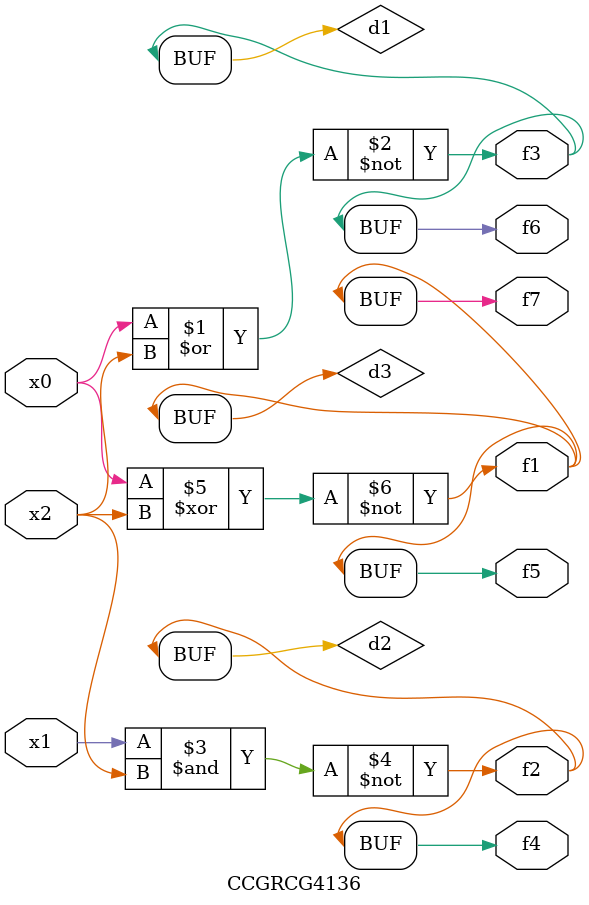
<source format=v>
module CCGRCG4136(
	input x0, x1, x2,
	output f1, f2, f3, f4, f5, f6, f7
);

	wire d1, d2, d3;

	nor (d1, x0, x2);
	nand (d2, x1, x2);
	xnor (d3, x0, x2);
	assign f1 = d3;
	assign f2 = d2;
	assign f3 = d1;
	assign f4 = d2;
	assign f5 = d3;
	assign f6 = d1;
	assign f7 = d3;
endmodule

</source>
